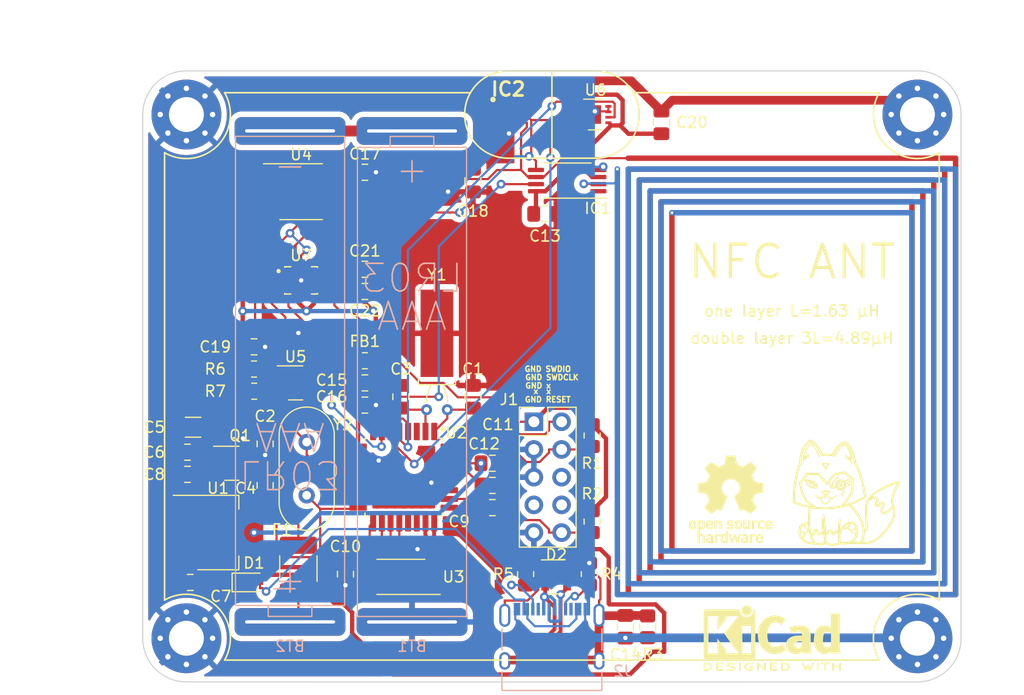
<source format=kicad_pcb>
(kicad_pcb (version 20211014) (generator pcbnew)
  (layers (0 "F.Cu" signal) (31 "B.Cu" signal) (34 "B.Paste" user) (35 "F.Paste" user) (36 "B.SilkS" user "B.Silkscreen") (37 "F.SilkS" user "F.Silkscreen") (38 "B.Mask" user) (39 "F.Mask" user) (44 "Edge.Cuts" user))
  (net 0 "")
  (net 2 "GND")
  (net 3 "XIN32")
  (net 4 "XIN")
  (net 5 "Net-(C14-Pad1)")
  (net 6 "Net-(C15-Pad1)")
  (net 12 "XOUT32")
  (net 13 "XOUT")
  (net 14 "RESET")
  (net 15 "+5V")
  (net 16 "+3V0")
  (net 17 "Net-(D1-Pad2)")
  (net 18 "SDA")
  (net 19 "SCL")
  (net 20 "SWDIO")
  (net 21 "SWDCLK")
  (net 22 "Net-(F1-Pad1)")
  (net 23 "Net-(AE1-Pad2)")
  (net 24 "Net-(AE1-Pad1)")
  (net 25 "NFC_INT")
  (net 29 "Net-(J2-PadA5)")
  (net 31 "Net-(J2-PadB5)")
  (net 33 "TEMP_RESET")
  (net 34 "TEMP_INT")
  (net 35 "MOSI")
  (net 36 "SCK")
  (net 37 "FLASH_CS")
  (net 38 "MISO")
  (net 42 "Net-(BT1-Pad1)")
  (net 43 "Net-(BT2-Pad1)")
  (net 44 "USB_D+")
  (net 45 "USB_D-")
  (net 51 "IMU_INT1")
  (net 52 "IMU_INT2")
  (net 57 "Net-(U2-Pad29)")
  (footprint "Crystal:Crystal_HC49-U_Vertical" (layer "F.Cu") (at 65.024 75.02 -90)
    (fp_text reference "Y2")
    (fp_text value "KX-3HT 8.0 MHz")
  )
  (footprint "Capacitor_SMD:C_0805_2012Metric_Pad1.18x1.45mm_HandSolder" (layer "F.Cu") (at 60.198 66.294)
    (fp_text reference "C19")
    (fp_text value "100n")
  )
  (footprint "MountingHole:MountingHole_3.2mm_M3_Pad_Via" (layer "F.Cu") (at 121 45)
    (fp_text reference "REF4" hide)
    (fp_text value "MountingHole_3.2mm_M3_Pad_Via" hide)
  )
  (footprint "Resistor_SMD:R_0805_2012Metric_Pad1.20x1.40mm_HandSolder" (layer "F.Cu") (at 91.186 74.422 -90)
    (fp_text reference "R1")
    (fp_text value "1k")
  )
  (footprint "Diode_SMD:D_SOD-323" (layer "F.Cu") (at 59.69 87.884)
    (fp_text reference "D1")
    (fp_text value "BAT60A")
  )
  (footprint "Capacitor_SMD:C_1812_4532Metric_Pad1.57x3.40mm_HandSolder" (layer "F.Cu") (at 64.262 86.614 -90)
    (fp_text reference "F1")
    (fp_text value "MSMF010 0.01A")
  )
  (footprint "Capacitor_SMD:C_0805_2012Metric_Pad1.18x1.45mm_HandSolder" (layer "F.Cu") (at 82.042 76.962)
    (fp_text reference "C11")
    (fp_text value "100n")
  )
  (footprint "Connector_PinHeader_2.54mm:PinHeader_2x05_P2.54mm_Vertical" (layer "F.Cu") (at 85.847 73.157)
    (fp_text reference "J1")
    (fp_text value "ARM-JTAG-SWD-10" hide)
  )
  (footprint "Package_TO_SOT_SMD:SOT-23" (layer "F.Cu") (at 58.166 76.962)
    (fp_text reference "Q1")
    (fp_text value "IRLML6401")
  )
  (footprint "MountingHole:MountingHole_3.2mm_M3_Pad_Via" (layer "F.Cu") (at 121 93)
    (fp_text reference "REF3" hide)
    (fp_text value "MountingHole_3.2mm_M3_Pad_Via" hide)
  )
  (footprint "Capacitor_SMD:C_0805_2012Metric_Pad1.18x1.45mm_HandSolder" (layer "F.Cu") (at 70.358 71.628)
    (fp_text reference "C16")
    (fp_text value "10u")
  )
  (footprint "Capacitor_SMD:C_0805_2012Metric_Pad1.18x1.45mm_HandSolder" (layer "F.Cu") (at 54.356 87.884 180)
    (fp_text reference "C7")
    (fp_text value "10u")
  )
  (footprint "Resistor_SMD:R_0805_2012Metric_Pad1.20x1.40mm_HandSolder" (layer "F.Cu") (at 96.266 91.948 -90)
    (fp_text reference "R3")
    (fp_text value "1M")
  )
  (footprint "Resistor_SMD:R_0805_2012Metric_Pad1.20x1.40mm_HandSolder" (layer "F.Cu") (at 60.198 68.326)
    (fp_text reference "R6")
    (fp_text value "4k7")
  )
  (footprint "Package_TO_SOT_SMD:SOT-223-3_TabPin2" (layer "F.Cu") (at 56.896 83.312)
    (fp_text reference "U1")
    (fp_text value "LD1117S33TR")
  )
  (footprint "Capacitor_SMD:C_0805_2012Metric_Pad1.18x1.45mm_HandSolder" (layer "F.Cu") (at 94.234 91.948 -90)
    (fp_text reference "C14")
    (fp_text value "4n7")
  )
  (footprint "Capacitor_SMD:C_0805_2012Metric_Pad1.18x1.45mm_HandSolder" (layer "F.Cu") (at 97.536 45.72 90)
    (fp_text reference "C20")
    (fp_text value "100n")
  )
  (footprint "Package_TO_SOT_SMD:SOT-23" (layer "F.Cu") (at 64.008 69.596)
    (fp_text reference "U5")
    (fp_text value "TPD2E009DBZR")
  )
  (footprint "Resistor_SMD:R_0805_2012Metric_Pad1.20x1.40mm_HandSolder" (layer "F.Cu") (at 90.932 87.122 -90)
    (fp_text reference "R4")
    (fp_text value "5k1")
  )
  (footprint "Symbol:KiCad-Logo2_5mm_SilkScreen" (layer "F.Cu") (at 107.696 92.964)
    (fp_text reference "REF2" hide)
    (fp_text value "KiCad-Logo2_5mm_SilkScreen" hide)
  )
  (footprint "footprints:IC_ICM-42670-P" (layer "F.Cu") (at 64.516 60.198)
    (fp_text reference "U7")
    (fp_text value "ICM-42670-P")
  )
  (footprint "Capacitor_SMD:C_0805_2012Metric_Pad1.18x1.45mm_HandSolder" (layer "F.Cu") (at 68.58 87.122 -90)
    (fp_text reference "C10")
    (fp_text value "100n")
  )
  (footprint "Capacitor_SMD:C_0805_2012Metric_Pad1.18x1.45mm_HandSolder" (layer "F.Cu") (at 82.042 78.994)
    (fp_text reference "C12")
    (fp_text value "1u")
  )
  (footprint "Sensor_Humidity:Sensirion_DFN-8-1EP_2.5x2.5mm_P0.5mm_EP1.1x1.7mm" (layer "F.Cu") (at 91.5 45)
    (fp_text reference "U6")
    (fp_text value "SHT30-DIS")
  )
  (footprint "Symbol:OSHW-Logo_7.5x8mm_SilkScreen" (layer "F.Cu") (at 103.886 80.264)
    (fp_text reference "REF1" hide)
    (fp_text value "OSHW-Logo_7.5x8mm_SilkScreen" hide)
  )
  (footprint "Capacitor_SMD:C_0805_2012Metric_Pad1.18x1.45mm_HandSolder" (layer "F.Cu") (at 86.868 54.102)
    (fp_text reference "C13")
    (fp_text value "100n")
  )
  (footprint "Capacitor_SMD:C_1206_3216Metric_Pad1.33x1.80mm_HandSolder" (layer "F.Cu") (at 54.61 73.66 180)
    (fp_text reference "C5")
    (fp_text value "22u")
  )
  (footprint "Package_SO:SOIC-8_3.9x4.9mm_P1.27mm" (layer "F.Cu") (at 64.516 52.07)
    (fp_text reference "U4")
    (fp_text value "ATECC608A")
  )
  (footprint "Resistor_SMD:R_0805_2012Metric_Pad1.20x1.40mm_HandSolder" (layer "F.Cu") (at 60.214 70.358)
    (fp_text reference "R7")
    (fp_text value "4k7")
  )
  (footprint "footprints:QFP80P900X900X120-32N" (layer "F.Cu") (at 73.914 78.232 -90)
    (fp_text reference "U2")
    (fp_text value "ATSAMD21E17D-AUT")
  )
  (footprint "Resistor_SMD:R_0805_2012Metric_Pad1.20x1.40mm_HandSolder" (layer "F.Cu") (at 85.09 87.122 -90)
    (fp_text reference "R5")
    (fp_text value "5k1")
  )
  (footprint "Capacitor_SMD:C_0805_2012Metric_Pad1.18x1.45mm_HandSolder" (layer "F.Cu") (at 54.102 77.978 180)
    (fp_text reference "C8")
    (fp_text value "10u")
  )
  (footprint "Resistor_SMD:R_0805_2012Metric_Pad1.20x1.40mm_HandSolder" (layer "F.Cu") (at 70.358 67.564 180)
    (fp_text reference "FB1")
    (fp_text value "330")
  )
  (footprint "Capacitor_SMD:C_0805_2012Metric_Pad1.18x1.45mm_HandSolder" (layer "F.Cu") (at 70.358 69.596)
    (fp_text reference "C15")
    (fp_text value "100n")
  )
  (footprint "MountingHole:MountingHole_3.2mm_M3_Pad_Via" (layer "F.Cu") (at 54 45)
    (fp_text reference "REF1" hide)
    (fp_text value "MountingHole_3.2mm_M3_Pad_Via" hide)
  )
  (footprint "LOGO" (layer "F.Cu") (at 114.554 79.756)
    (fp_text reference "G100" hide)
    (fp_text value "LOGO" hide)
  )
  (footprint "Capacitor_SMD:C_0805_2012Metric_Pad1.18x1.45mm_HandSolder" (layer "F.Cu") (at 82.042 81.026)
    (fp_text reference "C9")
    (fp_text value "100n")
  )
  (footprint "Package_SO:TSSOP-8_4.4x3mm_P0.65mm" (layer "F.Cu") (at 73.66 87.376 180)
    (fp_text reference "U3")
    (fp_text value "AT25DF041B-XMHN-B")
  )
  (footprint "Capacitor_SMD:C_0805_2012Metric_Pad1.18x1.45mm_HandSolder" (layer "F.Cu") (at 73.66 70.866 90)
    (fp_text reference "C3")
    (fp_text value "12p")
  )
  (footprint "MountingHole:MountingHole_3.2mm_M3_Pad_Via" (layer "F.Cu") (at 54 93)
    (fp_text reference "REF2" hide)
    (fp_text value "MountingHole_3.2mm_M3_Pad_Via" hide)
  )
  (footprint "Capacitor_SMD:C_0805_2012Metric_Pad1.18x1.45mm_HandSolder" (layer "F.Cu") (at 54.102 75.946 180)
    (fp_text reference "C6")
    (fp_text value "100n")
  )
  (footprint "footprints:SON50P210X200X60-9N" (layer "F.Cu") (at 83.5 45)
    (fp_text reference "IC2")
    (fp_text value "BU27030NUC-E2" hide)
  )
  (footprint "Package_SO:TSSOP-8_4.4x3mm_P0.65mm" (layer "F.Cu") (at 88.9 51.054 180)
    (fp_text reference "IC1")
    (fp_text value "ST25DV04KC")
  )
  (footprint "Resistor_SMD:R_0805_2012Metric_Pad1.20x1.40mm_HandSolder" (layer "F.Cu") (at 91.186 82.312 -90)
    (fp_text reference "R2")
    (fp_text value "10k")
  )
  (footprint "Capacitor_SMD:C_0805_2012Metric_Pad1.18x1.45mm_HandSolder" (layer "F.Cu") (at 61.214 78.994 90)
    (fp_text reference "C4")
    (fp_text value "16p")
  )
  (footprint "Capacitor_SMD:C_0805_2012Metric_Pad1.18x1.45mm_HandSolder" (layer "F.Cu") (at 80.264 70.866 90)
    (fp_text reference "C1")
    (fp_text value "12p")
  )
  (footprint "Capacitor_SMD:C_0805_2012Metric_Pad1.18x1.45mm_HandSolder" (layer "F.Cu") (at 80.264 51.054 -90)
    (fp_text reference "C18")
    (fp_text value "100n")
  )
  (footprint "Capacitor_SMD:C_0805_2012Metric_Pad1.18x1.45mm_HandSolder" (layer "F.Cu") (at 70.358 61.214)
    (fp_text reference "C22")
    (fp_text value "100n")
  )
  (footprint "footprints:ANT_NFC_30x40" (layer "F.Cu") (at 94.5 49)
    (fp_text reference "AE1" hide)
    (fp_text value "Antenna_Loop")
  )
  (footprint "Crystal:Crystal_C38-LF_D3.0mm_L8.0mm_Horizontal_1EP_style1" (layer "F.Cu") (at 77.912 72.052 180)
    (fp_text reference "Y1")
    (fp_text value "32.768K-38-SR")
  )
  (footprint "Capacitor_SMD:C_0805_2012Metric_Pad1.18x1.45mm_HandSolder" (layer "F.Cu") (at 70.358 59.182)
    (fp_text reference "C21")
    (fp_text value "100n")
  )
  (footprint "Package_TO_SOT_SMD:SOT-143" (layer "F.Cu") (at 87.884 87.376)
    (fp_text reference "D2")
    (fp_text value "PRTR5V0U2X")
  )
  (footprint "Capacitor_SMD:C_0805_2012Metric_Pad1.18x1.45mm_HandSolder" (layer "F.Cu") (at 70.358 50.292)
    (fp_text reference "C17")
    (fp_text value "100n")
  )
  (footprint "Capacitor_SMD:C_0805_2012Metric_Pad1.18x1.45mm_HandSolder" (layer "F.Cu") (at 61.214 75.184 -90)
    (fp_text reference "C2")
    (fp_text value "16p")
  )
  (footprint "Connector_USB:USB_C_Receptacle_XKB_U262-16XN-4BVC11" (layer "B.Cu") (at 87.5 94 180)
    (fp_text reference "J2")
    (fp_text value "USB_C_Receptacle_USB2.0" hide)
  )
  (footprint "footprints:BAT-AAA-LR03" (layer "B.Cu") (at 63.5 90)
    (fp_text reference "BT2")
    (fp_text value "LR03 AAA 1Ah")
  )
  (footprint "footprints:BAT-AAA-LR03" (layer "B.Cu") (at 74.676 48.006 180)
    (fp_text reference "BT1")
    (fp_text value "LR03 AAA 1Ah")
  )
  (gr_line (start 57.5 43) (end 80 43) (layer "F.SilkS") (width 0.15))
  (gr_arc (start 117.500001 95) (mid 118.149562 90.149562) (end 123 89.500001) (layer "F.SilkS") (width 0.15))
  (gr_line (start 117.5 43) (end 95 43) (layer "F.SilkS") (width 0.15))
  (gr_line (start 83.5 41) (end 91.5 41) (layer "F.SilkS") (width 0.15))
  (gr_line (start 83.5 49) (end 91.5 49) (layer "F.SilkS") (width 0.15))
  (gr_line (start 52 48.5) (end 52 89.5) (layer "F.SilkS") (width 0.15))
  (gr_arc (start 57.499999 43) (mid 56.850438 47.850438) (end 52 48.499999) (layer "F.SilkS") (width 0.15))
  (gr_line (start 57.5 95) (end 117.5 95) (layer "F.SilkS") (width 0.15))
  (gr_arc (start 91.5 41) (mid 95.5 45) (end 91.5 49) (layer "F.SilkS") (width 0.15))
  (gr_line (start 123 89.5) (end 123 48.5) (layer "F.SilkS") (width 0.15))
  (gr_arc (start 83.5 49) (mid 79.5 45) (end 83.5 41) (layer "F.SilkS") (width 0.15))
  (gr_arc (start 52 89.500001) (mid 56.850438 90.149562) (end 57.499999 95) (layer "F.SilkS") (width 0.15))
  (gr_arc (start 123 48.499999) (mid 118.149562 47.850438) (end 117.500001 43) (layer "F.SilkS") (width 0.15))
  (gr_line (start 87.5 49) (end 87.5 41) (layer "F.SilkS") (width 0.15))
  (gr_line (start 121 97.003677) (end 54 97) (layer "Edge.Cuts") (width 0.1))
  (gr_arc (start 124.999999 93.171573) (mid 123.769703 95.891051) (end 121 97.003677) (layer "Edge.Cuts") (width 0.1))
  (gr_arc (start 54 97) (mid 51.171573 95.828427) (end 50 93) (layer "Edge.Cuts") (width 0.1))
  (gr_line (start 50 45) (end 50 93) (layer "Edge.Cuts") (width 0.1))
  (gr_line (start 125 45) (end 125 93.171573) (layer "Edge.Cuts") (width 0.1))
  (gr_arc (start 121 41) (mid 123.828427 42.171573) (end 125 45) (layer "Edge.Cuts") (width 0.1))
  (gr_line (start 121 41) (end 54 41) (layer "Edge.Cuts") (width 0.1))
  (gr_arc (start 50 45) (mid 51.171573 42.171573) (end 54 41) (layer "Edge.Cuts") (width 0.1))
  (gr_text "x  x" (at 86.614 70.358) (layer "F.SilkS") (effects (font (size 0.5 0.5) (thickness 0.125))))
  (gr_text "GND SWDIO\n" (at 87.122 68.326) (layer "F.SilkS") (effects (font (size 0.5 0.5) (thickness 0.125))))
  (gr_text "GND x\n" (at 86.233 69.85) (layer "F.SilkS") (effects (font (size 0.5 0.5) (thickness 0.125))))
  (gr_text "GND SWDCLK\n" (at 87.503 69.088) (layer "F.SilkS") (effects (font (size 0.5 0.5) (thickness 0.125))))
  (gr_text "GND RESET" (at 87.122 71.12) (layer "F.SilkS") (effects (font (size 0.5 0.5) (thickness 0.125))))
  (segment (start 83.25 45.25) (end 83.5 45) (width 0.2) (layer "F.Cu") (net 2))
  (segment (start 92.629 44.704) (end 92.675 44.75) (width 0.2) (layer "F.Cu") (net 2))
  (segment (start 91.7625 50.079) (end 91.907 50.079) (width 0.2) (layer "F.Cu") (net 2))
  (segment (start 94.25 92.948) (end 94.234 92.964) (width 0.2) (layer "F.Cu") (net 2))
  (segment (start 91.907 50.079) (end 92.202 49.784) (width 0.2) (layer "F.Cu") (net 2))
  (segment (start 70.898 76.232) (end 69.734 76.232) (width 0.2) (layer "F.Cu") (net 2))
  (segment (start 97.536 44.6825) (end 94.7635 41.91) (width 0.8) (layer "F.Cu") (net 2))
  (segment (start 65.016 61.1105) (end 64.516 61.1105) (width 0.2) (layer "F.Cu") (net 2))
  (segment (start 98.5305 43.688) (end 119.688 43.688) (width 0.8) (layer "F.Cu") (net 2))
  (segment (start 83.566 45.066) (end 83.5 45) (width 0.2) (layer "F.Cu") (net 2))
  (segment (start 71.374 76.708) (end 70.898 76.232) (width 0.2) (layer "F.Cu") (net 2))
  (segment (start 76.454 78.74) (end 76.562 78.632) (width 0.2) (layer "F.Cu") (net 2))
  (segment (start 83.566 46.736) (end 83.566 45.066) (width 0.2) (layer "F.Cu") (net 2))
  (segment (start 76.562 78.632) (end 78.094 78.632) (width 0.2) (layer "F.Cu") (net 2))
  (segment (start 91.44 44.704) (end 92.629 44.704) (width 0.2) (layer "F.Cu") (net 2))
  (segment (start 90.325 44.75) (end 91.394 44.75) (width 0.2) (layer "F.Cu") (net 2))
  (segment (start 97.536 44.6825) (end 98.5305 43.688) (width 0.8) (layer "F.Cu") (net 2))
  (segment (start 82.5 45.25) (end 83.25 45.25) (width 0.2) (layer "F.Cu") (net 2))
  (segment (start 82.5 44.25) (end 83.258 44.25) (width 0.2) (layer "F.Cu") (net 2))
  (segment (start 94.7635 41.91) (end 90.678 41.91) (width 0.8) (layer "F.Cu") (net 2))
  (segment (start 64.516 61.1105) (end 64.516 60.198) (width 0.2) (layer "F.Cu") (net 2))
  (segment (start 91.394 44.75) (end 91.44 44.704) (width 0.2) (layer "F.Cu") (net 2))
  (segment (start 119.688 43.688) (end 121 45) (width 0.2) (layer "F.Cu") (net 2))
  (segment (start 92.675 44.25) (end 92.675 44.75) (width 0.2) (layer "F.Cu") (net 2))
  (segment (start 71.628 76.708) (end 71.374 76.708) (width 0.2) (layer "F.Cu") (net 2))
  (segment (start 96.266 92.948) (end 94.25 92.948) (width 0.8) (layer "F.Cu") (net 2))
  (via (at 76.454 78.74) (size 0.8) (drill 0.4) (layers "F.Cu" "B.Cu") (net 2))
  (via (at 91.44 44.704) (size 0.8) (drill 0.4) (layers "F.Cu" "B.Cu") (net 2))
  (via (at 71.374 50.292) (size 0.8) (drill 0.4) (layers "F.Cu" "B.Cu") (net 2))
  (via (at 71.628 76.708) (size 0.8) (drill 0.4) (layers "F.Cu" "B.Cu") (net 2))
  (via (at 64.262 65.024) (size 0.8) (drill 0.4) (layers "F.Cu" "B.Cu") (net 2))
  (via (at 71.374 71.628) (size 0.8) (drill 0.4) (layers "F.Cu" "B.Cu") (net 2))
  (via (at 61.214 76.2) (size 0.8) (drill 0.4) (layers "F.Cu" "B.Cu") (net 2))
  (via (at 75.184 84.836) (size 0.8) (drill 0.4) (layers "F.Cu" "B.Cu") (net 2))
  (via (at 64.516 60.198) (size 0.8) (drill 0.4) (layers "F.Cu" "B.Cu") (net 2))
  (via (at 61.214 66.294) (size 0.8) (drill 0.4) (layers "F.Cu" "B.Cu") (net 2))
  (via (at 90.932 86.106) (size 0.8) (drill 0.4) (layers "F.Cu" "B.Cu") (net 2))
  (via (at 68.58 88.138) (size 0.8) (drill 0.4) (layers "F.Cu" "B.Cu") (net 2))
  (via (at 94.234 92.964) (size 0.8) (drill 0.4) (layers "F.Cu" "B.Cu") (net 2))
  (via (at 83.566 46.736) (size 0.8) (drill 0.4) (layers "F.Cu" "B.Cu") (net 2))
  (via (at 59.182 74.676) (size 0.8) (drill 0.4) (layers "F.Cu" "B.Cu") (net 2))
  (via (at 92.202 49.784) (size 0.8) (drill 0.4) (layers "F.Cu" "B.Cu") (net 2))
  (via (at 77.978 52.07) (size 0.8) (drill 0.4) (layers "F.Cu" "B.Cu") (net 2))
  (segment (start 90.932 49.784) (end 90.678 49.53) (width 0.2) (layer "B.Cu") (net 2))
  (segment (start 94.234 92.964) (end 90.932 92.964) (width 0.8) (layer "B.Cu") (net 2))
  (segment (start 120.964 92.964) (end 121 93) (width 0.2) (layer "B.Cu") (net 2))
  (segment (start 94.234 92.964) (end 120.964 92.964) (width 0.8) (layer "B.Cu") (net 2))
  (segment (start 92.202 49.784) (end 90.932 49.784) (width 0.2) (layer "B.Cu") (net 2))
  (segment (start 90.55 91.566) (end 90.678 91.694) (width 0.2) (layer "B.Cu") (net 2))
  (segment (start 90.55 90.33) (end 90.55 91.566) (width 0.2) (layer "B.Cu") (net 2))
  (segment (start 84.15 90.33) (end 84.15 91.262) (width 0.2) (layer "B.Cu") (net 2))
  (segment (start 84.15 91.262) (end 84.328 91.44) (width 0.2) (layer "B.Cu") (net 2))
  (segment (start 80.264 71.9035) (end 80.1155 72.052) (width 0.2) (layer "F.Cu") (net 3))
  (segment (start 80.1155 72.052) (end 77.912 72.052) (width 0.2) (layer "F.Cu") (net 3))
  (segment (start 77.912 72.854) (end 76.714 74.052) (width 0.2) (layer "F.Cu") (net 3))
  (segment (start 77.912 72.052) (end 77.912 72.854) (width 0.2) (layer "F.Cu") (net 3))
  (segment (start 65.024 76.1772) (end 65.024 75.02) (width 0.2) (layer "F.Cu") (net 4))
  (segment (start 69.0788 80.232) (end 65.024 76.1772) (width 0.2) (layer "F.Cu") (net 4))
  (segment (start 64.1505 74.1465) (end 65.024 75.02) (width 0.2) (layer "F.Cu") (net 4))
  (segment (start 69.734 80.232) (end 69.0788 80.232) (width 0.2) (layer "F.Cu") (net 4))
  (segment (start 61.214 74.1465) (end 64.1505 74.1465) (width 0.2) (layer "F.Cu") (net 4))
  (segment (start 86.2338 88.5732) (end 86.2338 87.8951) (width 0.2) (layer "F.Cu") (net 5))
  (segment (start 94.234 90.948) (end 94.234 90.9105) (width 0.2) (layer "F.Cu") (net 5))
  (segment (start 91.6206 87.2136) (end 91.9463 87.5393) (width 0.2) (layer "F.Cu") (net 5))
  (segment (start 91.9463 87.5393) (end 91.9463 89.4186) (width 0.2) (layer "F.Cu") (net 5))
  (segment (start 86.9153 87.2136) (end 87.2091 87.2136) (width 0.2) (layer "F.Cu") (net 5))
  (segment (start 83.18 94.996) (end 83.18 95.075) (width 0.2) (layer "F.Cu") (net 5))
  (segment (start 91.82 91.57) (end 91.82 94.996) (width 0.8) (layer "F.Cu") (net 5))
  (segment (start 91.82 90.895) (end 91.82 89.5449) (width 0.2) (layer "F.Cu") (net 5))
  (segment (start 92.1205 90.932) (end 93.649 90.932) (width 0.8) (layer "F.Cu") (net 5))
  (segment (start 93.9495 91.2325) (end 94.234 90.948) (width 0.2) (layer "F.Cu") (net 5))
  (segment (start 83.18 90.895) (end 83.18 89.5449) (width 0.2) (layer "F.Cu") (net 5))
  (segment (start 87.2091 87.2136) (end 91.6206 87.2136) (width 0.2) (layer "F.Cu") (net 5))
  (segment (start 94.2715 90.9105) (end 96.2285 90.9105) (width 0.8) (layer "F.Cu") (net 5))
  (segment (start 91.82 94.996) (end 83.18 94.996) (width 0.8) (layer "F.Cu") (net 5))
  (segment (start 91.82 95.075) (end 91.82 94.996) (width 0.8) (layer "F.Cu") (net 5))
  (segment (start 91.82 90.895) (end 91.82 91.2325) (width 0.2) (layer "F.Cu") (net 5))
  (segment (start 96.2285 90.9105) (end 96.266 90.948) (width 0.2) (layer "F.Cu") (net 5))
  (segment (start 85.2621 89.5449) (end 86.2338 88.5732) (width 0.2) (layer "F.Cu") (net 5))
  (segment (start 86.884 86.626) (end 87.2091 86.626) (width 0.2) (layer "F.Cu") (net 5))
  (segment (start 91.9463 89.4186) (end 91.82 89.5449) (width 0.2) (layer "F.Cu") (net 5))
  (segment (start 91.82 91.2325) (end 92.1205 90.932) (width 0.8) (layer "F.Cu") (net 5))
  (segment (start 86.2338 87.8951) (end 86.9153 87.2136) (width 0.2) (layer "F.Cu") (net 5))
  (segment (start 91.82 91.2325) (end 91.82 91.57) (width 0.2) (layer "F.Cu") (net 5))
  (segment (start 83.18 89.5449) (end 85.2621 89.5449) (width 0.2) (layer "F.Cu") (net 5))
  (segment (start 94.234 90.948) (end 94.2715 90.9105) (width 0.2) (layer "F.Cu") (net 5))
  (segment (start 87.2091 86.626) (end 87.2091 87.2136) (width 0.2) (layer "F.Cu") (net 5))
  (segment (start 69.734 72.0415) (end 69.734 75.432) (width 0.4) (layer "F.Cu") (net 6))
  (segment (start 69.3205 69.596) (end 69.3205 71.628) (width 0.4) (layer "F.Cu") (net 6))
  (segment (start 69.3205 71.628) (end 69.734 72.0415) (width 0.2) (layer "F.Cu") (net 6))
  (segment (start 69.3205 67.6015) (end 69.3205 69.596) (width 0.4) (layer "F.Cu") (net 6))
  (segment (start 69.358 67.564) (end 69.3205 67.6015) (width 0.2) (layer "F.Cu") (net 6))
  (segment (start 75.914 72.052) (end 73.8085 72.052) (width 0.2) (layer "F.Cu") (net 12))
  (segment (start 75.914 72.052) (end 75.914 74.052) (width 0.2) (layer "F.Cu") (net 12))
  (segment (start 76.012 72.052) (end 75.914 72.052) (width 0.2) (layer "F.Cu") (net 12))
  (segment (start 73.8085 72.052) (end 73.66 71.9035) (width 0.2) (layer "F.Cu") (net 12))
  (segment (start 62.5839 85.5651) (end 65.9402 85.5651) (width 0.2) (layer "F.Cu") (net 13))
  (segment (start 61.214 80.0315) (end 62.261 81.0785) (width 0.2) (layer "F.Cu") (net 13))
  (segment (start 66.2631 85.2422) (end 66.2631 81.1391) (width 0.2) (layer "F.Cu") (net 13))
  (segment (start 69.6269 81.1391) (end 69.734 81.032) (width 0.2) (layer "F.Cu") (net 13))
  (segment (start 65.9402 85.5651) (end 66.2631 85.2422) (width 0.2) (layer "F.Cu") (net 13))
  (segment (start 66.2631 81.1391) (end 65.024 79.9) (width 0.2) (layer "F.Cu") (net 13))
  (segment (start 62.261 85.2422) (end 62.5839 85.5651) (width 0.2) (layer "F.Cu") (net 13))
  (segment (start 62.261 81.0785) (end 62.261 85.2422) (width 0.2) (layer "F.Cu") (net 13))
  (segment (start 66.2631 81.1391) (end 69.6269 81.1391) (width 0.2) (layer "F.Cu") (net 13))
  (segment (start 87.2369 83.317) (end 87.2369 83.0294) (width 0.2) (layer "F.Cu") (net 14))
  (segment (start 82.1454 82.1669) (end 81.0045 81.026) (width 0.2) (layer "F.Cu") (net 14))
  (segment (start 89.5421 83.312) (end 89.5371 83.317) (width 0.2) (layer "F.Cu") (net 14))
  (segment (start 80.2105 80.232) (end 81.0045 81.026) (width 0.2) (layer "F.Cu") (net 14))
  (segment (start 87.2369 83.0294) (end 86.3744 82.1669) (width 0.2) (layer "F.Cu") (net 14))
  (segment (start 88.387 83.317) (end 89.5371 83.317) (width 0.2) (layer "F.Cu") (net 14))
  (segment (start 91.186 83.312) (end 89.5421 83.312) (width 0.2) (layer "F.Cu") (net 14))
  (segment (start 86.3744 82.1669) (end 82.1454 82.1669) (width 0.2) (layer "F.Cu") (net 14))
  (segment (start 88.387 83.317) (end 87.2369 83.317) (width 0.2) (layer "F.Cu") (net 14))
  (segment (start 78.094 80.232) (end 80.2105 80.232) (width 0.2) (layer "F.Cu") (net 14))
  (segment (start 55.4059 87.8716) (end 55.3935 87.884) (width 0.4) (layer "F.Cu") (net 15))
  (segment (start 72.9494 96.3233) (end 69.1934 92.5673) (width 0.4) (layer "F.Cu") (net 15))
  (segment (start 97.79 90.6851) (end 97.79 94.234) (width 0.4) (layer "F.Cu") (net 15))
  (segment (start 69.1934 92.5673) (end 69.1934 90.643) (width 0.4) (layer "F.Cu") (net 15))
  (segment (start 96.7318 94.234) (end 94.6425 96.3233) (width 0.4) (layer "F.Cu") (net 15))
  (segment (start 67.5972 89.8274) (end 66.59 88.8202) (width 0.4) (layer "F.Cu") (net 15))
  (segment (start 92.7947 89.9002) (end 97.0051 89.9002) (width 0.4) (layer "F.Cu") (net 15))
  (segment (start 92.71 89.8155) (end 92.7947 89.9002) (width 0.4) (layer "F.Cu") (net 15))
  (segment (start 53.746 85.612) (end 55.4059 87.2719) (width 0.4) (layer "F.Cu") (net 15))
  (segment (start 58.64 87.8716) (end 55.4059 87.8716) (width 0.4) (layer "F.Cu") (net 15))
  (segment (start 97.0051 89.9002) (end 97.79 90.6851) (width 0.4) (layer "F.Cu") (net 15))
  (segment (start 66.59 88.102) (end 65.672 87.184) (width 0.4) (layer "F.Cu") (net 15))
  (segment (start 58.64 87.8592) (end 58.64 87.8716) (width 0.4) (layer "F.Cu") (net 15))
  (segment (start 88.884 85.7259) (end 89.7739 84.836) (width 0.4) (layer "F.Cu") (net 15))
  (segment (start 89.7739 84.836) (end 91.948 84.836) (width 0.4) (layer "F.Cu") (net 15))
  (segment (start 91.948 84.836) (end 92.71 85.598) (width 0.4) (layer "F.Cu") (net 15))
  (segment (start 55.4059 87.2719) (end 55.4059 87.8716) (width 0.4) (layer "F.Cu") (net 15))
  (segment (start 68.3778 89.8274) (end 67.5972 89.8274) (width 0.4) (layer "F.Cu") (net 15))
  (segment (start 59.3152 87.184) (end 58.64 87.8592) (width 0.4) (layer "F.Cu") (net 15))
  (segment (start 66.59 88.8202) (end 66.59 88.102) (width 0.4) (layer "F.Cu") (net 15))
  (segment (start 92.71 85.598) (end 92.71 89.8155) (width 0.4) (layer "F.Cu") (net 15))
  (segment (start 69.1934 90.643) (end 68.3778 89.8274) (width 0.4) (layer "F.Cu") (net 15))
  (segment (start 65.672 87.184) (end 59.3152 87.184) (width 0.4) (layer "F.Cu") (net 15))
  (segment (start 58.64 87.884) (end 58.64 87.8716) (width 0.4) (layer "F.Cu") (net 15))
  (segment (start 94.6425 96.3233) (end 72.9494 96.3233) (width 0.4) (layer "F.Cu") (net 15))
  (segment (start 88.884 86.426) (end 88.884 85.7259) (width 0.4) (layer "F.Cu") (net 15))
  (segment (start 97.79 94.234) (end 96.7318 94.234) (width 0.4) (layer "F.Cu") (net 15))
  (segment (start 92.9263 46.0013) (end 92.8659 45.9409) (width 0.4) (layer "F.Cu") (net 16))
  (segment (start 59.198 70.342) (end 59.198 68.326) (width 0.4) (layer "F.Cu") (net 16))
  (segment (start 77.5571 69.596) (end 75.438 69.596) (width 0.2) (layer "F.Cu") (net 16))
  (segment (start 71.12 62.992) (end 71.358 63.23) (width 0.4) (layer "F.Cu") (net 16))
  (segment (start 59.198 68.326) (end 59.1605 68.2885) (width 0.4) (layer "F.Cu") (net 16))
  (segment (start 80.264 49.276) (end 79.6678 48.6798) (width 0.4) (layer "F.Cu") (net 16))
  (segment (start 81.0045 76.962) (end 78.164 76.962) (width 0.2) (layer "F.Cu") (net 16))
  (segment (start 59.1605 68.2885) (end 59.1605 66.294) (width 0.4) (layer "F.Cu") (net 16))
  (segment (start 58.3651 80.093) (end 59.2839 81.0119) (width 0.4) (layer "F.Cu") (net 16))
  (segment (start 87.1305 71.8735) (end 85.847 73.157) (width 0.4) (layer "F.Cu") (net 16))
  (segment (start 64.016 61.1105) (end 64.016 61.984) (width 0.2) (layer "F.Cu") (net 16))
  (segment (start 59.214 70.358) (end 59.198 70.342) (width 0.4) (layer "F.Cu") (net 16))
  (segment (start 92.8659 45.9409) (end 92.675 45.75) (width 0.2498) (layer "F.Cu") (net 16))
  (segment (start 91.186 73.422) (end 89.6375 71.8735) (width 0.4) (layer "F.Cu") (net 16))
  (segment (start 81.534 46.736) (end 79.756 48.514) (width 0.4) (layer "F.Cu") (net 16))
  (segment (start 69.3205 60.9732) (end 69.3205 61.214) (width 0.4) (layer "F.Cu") (net 16))
  (segment (start 59.1605 66.294) (end 59.1605 63.0135) (width 0.4) (layer "F.Cu") (net 16))
  (segment (start 60.9181 86.4842) (end 60.046 85.6121) (width 0.4) (layer "F.Cu") (net 16))
  (segment (start 59.1605 58.6319) (end 65.6081 52.1843) (width 0.4) (layer "F.Cu") (net 16))
  (segment (start 92.456 74.692) (end 91.186 73.422) (width 0.4) (layer "F.Cu") (net 16))
  (segment (start 57.2285 78.9565) (end 58.3651 80.093) (width 0.4) (layer "F.Cu") (net 16))
  (segment (start 79.6678 48.6798) (end 79.6678 48.514) (width 0.4) (layer "F.Cu") (net 16))
  (segment (start 64.016 61.984) (end 65.0025 62.9705) (width 0.4) (layer "F.Cu") (net 16))
  (segment (start 65.6785 61.976) (end 65.6785 60.948) (width 0.2) (layer "F.Cu") (net 16))
  (segment (start 81.534 44.0544) (end 82.4084 43.18) (width 0.4) (layer "F.Cu") (net 16))
  (segment (start 93.98 45.7758) (end 93.7545 46.0013) (width 0.4) (layer "F.Cu") (net 16))
  (segment (start 68.1803 86.4842) (end 67.4169 86.4842) (width 0.4) (layer "F.Cu") (net 16))
  (segment (start 55.1461 83.312) (end 58.3651 80.093) (width 0.4) (layer "F.Cu") (net 16))
  (segment (start 65.6785 61.976) (end 65.6785 62.3375) (width 0.4) (layer "F.Cu") (net 16))
  (segment (start 69.9505 89.198) (end 67.8445 89.198) (width 0.4) (layer "F.Cu") (net 16))
  (segment (start 68.5585 58.42) (end 69.3205 59.182) (width 0.4) (layer "F.Cu") (net 16))
  (segment (start 55.1395 75.946) (end 55.1395 74.693) (width 0.4) (layer "F.Cu") (net 16))
  (segment (start 65.6785 62.3375) (end 65.0025 63.0135) (width 0.4) (layer "F.Cu") (net 16))
  (segment (start 81.6998 44.75) (end 81.534 44.9158) (width 0.4) (layer "F.Cu") (net 16))
  (segment (start 82.4084 43.18) (end 93.472 43.18) (width 0.4) (layer "F.Cu") (net 16))
  (segment (start 80.264 50.0165) (end 80.264 49.276) (width 0.4) (layer "F.Cu") (net 16))
  (segment (start 60.046 83.312) (end 60.046 81.0119) (width 0.4) (layer "F.Cu") (net 16))
  (segment (start 55.1395 77.912) (end 57.2285 77.912) (width 0.4) (layer "F.Cu") (net 16))
  (segment (start 92.9263 46.0013) (end 93.7545 46.0013) (width 0.4) (layer "F.Cu") (net 16))
  (segment (start 94.5107 46.7575) (end 97.536 46.7575) (width 0.4) (layer "F.Cu") (net 16))
  (segment (start 59.1605 63.0135) (end 59.1605 58.6319) (width 0.4) (layer "F.Cu") (net 16))
  (segment (start 73.406 67.564) (end 71.358 67.564) (width 0.2) (layer "F.Cu") (net 16))
  (segment (start 57.2285 77.912) (end 57.2285 78.9565) (width 0.4) (layer "F.Cu") (net 16))
  (segment (start 93.98 43.688) (end 93.98 45.7758) (width 0.4) (layer "F.Cu") (net 16))
  (segment (start 70.7975 88.351) (end 69.9505 89.198) (width 0.4) (layer "F.Cu") (net 16))
  (segment (start 81.534 44.9158) (end 81.534 46.736) (width 0.4) (layer "F.Cu") (net 16))
  (segment (start 78.8759 70.9148) (end 77.5571 69.596) (width 0.2) (layer "F.Cu") (net 16))
  (segment (start 79.756 48.514) (end 79.6678 48.514) (width 0.4) (layer "F.Cu") (net 16))
  (segment (start 65.0025 62.9705) (end 65.0025 63.0135) (width 0.4) (layer "F.Cu") (net 16))
  (segment (start 68.58 86.0845) (end 68.1803 86.4842) (width 0.4) (layer "F.Cu") (net 16))
  (segment (start 65.278 58.42) (end 68.5585 58.42) (width 0.4) (layer "F.Cu") (net 16))
  (segment (start 59.214 70.6185) (end 59.214 70.358) (width 0.4) (layer "F.Cu") (net 16))
  (segment (start 78.164 76.962) (end 78.094 77.032) (width 0.2) (layer "F.Cu") (net 16))
  (segment (start 53.746 83.312) (end 55.1461 83.312) (width 0.4) (layer "F.Cu") (net 16))
  (segment (start 55.1395 77.912) (end 55.1395 77.978) (width 0.4) (layer "F.Cu") (net 16))
  (segment (start 67.4169 88.7704) (end 67.4169 86.4842) (width 0.4) (layer "F.Cu") (net 16))
  (segment (start 92.9263 46.0013) (end 86.8986 52.029) (width 0.4) (layer "F.Cu") (net 16))
  (segment (start 81.6998 44.75) (end 81.534 44.5842) (width 0.4) (layer "F.Cu") (net 16))
  (segment (start 60.046 83.312) (end 60.046 85.6121) (width 0.4) (layer "F.Cu") (net 16))
  (segment (start 82.3547 70.9148) (end 78.8759 70.9148) (width 0.2) (layer "F.Cu") (net 16))
  (segment (start 93.472 43.18) (end 93.98 43.688) (width 0.4) (layer "F.Cu") (net 16))
  (segment (start 65.6081 51.0292) (end 66.4723 50.165) (width 0.4) (layer "F.Cu") (net 16))
  (segment (start 79.6678 48.514) (end 70.9715 48.514) (width 0.4) (layer "F.Cu") (net 16))
  (segment (start 55.1395 75.946) (end 55.1395 77.912) (width 0.4) (layer "F.Cu") (net 16))
  (segment (start 81.534 44.5842) (end 81.534 44.0544) (width 0.4) (layer "F.Cu") (net 16))
  (segment (start 65.016 58.682) (end 65.278 58.42) (width 0.2) (layer "F.Cu") (net 16))
  (segment (start 56.1725 73.66) (end 59.214 70.6185) (width 0.4) (layer "F.Cu") (net 16))
  (segment (start 85.847 73.157) (end 84.5969 73.157) (width 0.2) (layer "F.Cu") (net 16))
  (segment (start 89.6375 71.8735) (end 87.1305 71.8735) (width 0.4) (layer "F.Cu") (net 16))
  (segment (start 67.8445 89.198) (end 67.4169 88.7704) (width 0.4) (layer "F.Cu") (net 16))
  (segment (start 92.456 80.042) (end 92.456 74.692) (width 0.4) (layer "F.Cu") (net 16))
  (segment (start 93.7545 46.0013) (end 94.5107 46.7575) (width 0.4) (layer "F.Cu") (net 16))
  (segment (start 71.358 63.23) (end 71.358 67.564) (width 0.4) (layer "F.Cu") (net 16))
  (segment (start 71.0985 62.992) (end 69.3205 61.214) (width 0.4) (layer "F.Cu") (net 16))
  (segment (start 84.5969 73.157) (end 82.3547 70.9148) (width 0.2) (layer "F.Cu") (net 16))
  (segment (start 86.0375 53.895) (end 85.8305 54.102) (width 0.4) (layer "F.Cu") (net 16))
  (segment (start 69.3205 50.165) (end 66.991 50.165) (width 0.4) (layer "F.Cu") (net 16))
  (segment (start 70.9715 48.514) (end 69.3205 50.165) (width 0.4) (layer "F.Cu") (net 16))
  (segment (start 69.3205 59.182) (end 69.3205 60.9732) (width 0.4) (layer "F.Cu") (net 16))
  (segment (start 86.8986 52.029) (end 86.0375 52.029) (width 0.4) (layer "F.Cu") (net 16))
  (segment (start 75.438 69.596) (end 73.406 67.564) (width 0.2) (layer "F.Cu") (net 16))
  (segment (start 86.0375 52.029) (end 86.0375 53.895) (width 0.4) (layer "F.Cu") (net 16))
  (segment (start 81.6998 44.75) (end 82.5 44.75) (width 0.2498) (layer "F.Cu") (net 16))
  (segment (start 67.4169 86.4842) (end 60.9181 86.4842) (width 0.4) (layer "F.Cu") (net 16))
  (segment (start 65.016 59.2855) (end 65.016 58.682) (width 0.2) (layer "F.Cu") (net 16))
  (segment (start 69.3205 50.292) (end 69.3205 50.165) (width 0.4) (layer "F.Cu") (net 16))
  (segment (start 65.6081 52.1843) (end 65.6081 51.0292) (width 0.4) (layer "F.Cu") (net 16))
  (segment (start 66.4723 50.165) (end 66.991 50.165) (width 0.4) (layer "F.Cu") (net 16))
  (segment (start 55.1395 74.693) (end 56.1725 73.66) (width 0.4) (layer "F.Cu") (net 16))
  (segment (start 71.12 62.992) (end 71.0985 62.992) (width 0.4) (layer "F.Cu") (net 16))
  (segment (start 91.186 81.312) (end 92.456 80.042) (width 0.4) (layer "F.Cu") (net 16))
  (segment (start 59.2839 81.0119) (end 60.046 81.0119) (width 0.4) (layer "F.Cu") (net 16))
  (via (at 65.0025 63.0135) (size 0.8) (drill 0.4) (layers "F.Cu" "B.Cu") (net 16))
  (via (at 60.198 83.312) (size 0.8) (drill 0.4) (layers "F.Cu" "B.Cu") (net 16))
  (via (at 81.0045 76.962) (size 0.8) (drill 0.4) (layers "F.Cu" "B.Cu") (net 16))
  (via (at 71.12 62.992) (size 0.8) (drill 0.4) (layers "F.Cu" "B.Cu") (net 16))
  (via (at 59.1605 63.0135) (size 0.8) (drill 0.4) (layers "F.Cu" "B.Cu") (net 16))
  (segment (start 65.0025 63.0135) (end 59.1605 63.0135) (width 0.4) (layer "B.Cu") (net 16))
  (segment (start 64.516 83.312) (end 60.198 83.312) (width 0.4) (layer "B.Cu") (net 16))
  (segment (start 77.216 81.534) (end 66.294 81.534) (width 0.4) (layer "B.Cu") (net 16))
  (segment (start 81.0045 76.962) (end 81.0045 77.7455) (width 0.4) (layer "B.Cu") (net 16))
  (segment (start 71.0985 63.0135) (end 65.0025 63.0135) (width 0.4) (layer "B.Cu") (net 16))
  (segment (start 71.12 62.992) (end 71.0985 63.0135) (width 0.4) (layer "B.Cu") (net 16))
  (segment (start 81.0045 77.7455) (end 77.216 81.534) (width 0.4) (layer "B.Cu") (net 16))
  (segment (start 66.294 81.534) (end 64.516 83.312) (width 0.4) (layer "B.Cu") (net 16))
  (segment (start 60.74 87.884) (end 60.74 88.4091) (width 0.2) (layer "F.Cu") (net 17))
  (segment (start 60.74 88.4091) (end 61.0084 88.4091) (width 0.2) (layer "F.Cu") (net 17))
  (segment (start 61.0084 88.4091) (end 61.3045 88.7052) (width 0.2) (layer "F.Cu") (net 17))
  (via (at 61.3045 88.7052) (size 0.8) (drill 0.4) (layers "F.Cu" "B.Cu") (net 17))
  (segment (start 82.482 86.8) (end 78.6701 82.9881) (width 0.2) (layer "B.Cu") (net 17))
  (segment (start 90.05 90.33) (end 89.75 90.33) (width 0.2) (layer "B.Cu") (net 17))
  (segment (start 85.25 90.33) (end 85.25 90.7675) (width 0.2) (layer "B.Cu") (net 17))
  (segment (start 89.75 91.2051) (end 89.0599 91.8952) (width 0.2) (layer "B.Cu") (net 17))
  (segment (start 85.25 90.7675) (end 84.95 90.4675) (width 0.2) (layer "B.Cu") (net 17))
  (segment (start 85.25 90.7675) (end 85.25 91.2051) (width 0.2) (layer "B.Cu") (net 17))
  (segment (start 67.0216 82.9881) (end 61.3045 88.7052) (width 0.2) (layer "B.Cu") (net 17))
  (segment (start 84.1145 89.4549) (end 82.482 87.8224) (width 0.2) (layer "B.Cu") (net 17))
  (segment (start 89.0599 91.8952) (end 85.9401 91.8952) (width 0.2) (layer "B.Cu") (net 17))
  (segment (start 78.6701 82.9881) (end 67.0216 82.9881) (width 0.2) (layer "B.Cu") (net 17))
  (segment (start 82.482 87.8224) (end 82.482 86.8) (width 0.2) (layer "B.Cu") (net 17))
  (segment (start 84.95 90.4675) (end 84.95 90.33) (width 0.2) (layer "B.Cu") (net 17))
  (segment (start 84.95 89.4549) (end 84.1145 89.4549) (width 0.2) (layer "B.Cu") (net 17))
  (segment (start 84.95 90.33) (end 84.95 89.4549) (width 0.2) (layer "B.Cu") (net 17))
  (segment (start 89.75 90.33) (end 89.75 91.2051) (width 0.2) (layer "B.Cu") (net 17))
  (segment (start 85.9401 91.8952) (end 85.25 91.2051) (width 0.2) (layer "B.Cu") (net 17))
  (segment (start 61.198 68.326) (end 61.518 68.646) (width 0.2) (layer "F.Cu") (net 18))
  (segment (start 90.325 44.25) (end 88.8742 44.25) (width 0.2) (layer "F.Cu") (net 18))
  (segment (start 61.722 62.23) (end 61.722 59.244) (width 0.2) (layer "F.Cu") (net 18))
  (segment (start 63.0705 63.5785) (end 61.722 62.23) (width 0.2) (layer "F.Cu") (net 18))
  (segment (start 61.518 68.646) (end 62.4973 68.646) (width 0.2) (layer "F.Cu") (net 18))
  (segment (start 68.5981 76.5797) (end 69.0504 77.032) (width 0.2) (layer "F.Cu") (net 18))
  (segment (start 64.016 56.95) (end 66.991 53.975) (width 0.2) (layer "F.Cu") (net 18))
  (segment (start 85.6071 48.8257) (end 85.6071 45.5059) (width 0.2) (layer "F.Cu") (net 18))
  (segment (start 67.1962 53.975) (end 67.4013 53.975) (width 0.2) (layer "F.Cu") (net 18))
  (segment (start 63.0705 69.1335) (end 68.5981 74.6611) (width 0.2) (layer "F.Cu") (net 18))
  (segment (start 67.0423 53.975) (end 67.0936 53.975) (width 0.2) (layer "F.Cu") (net 18))
  (segment (start 85.4106 48.8257) (end 85.6071 48.8257) (width 0.2) (layer "F.Cu") (net 18))
  (segment (start 66.9919 53.975) (end 66.9927 53.975) (width 0.2) (layer "F.Cu") (net 18))
  (segment (start 66.9912 53.975) (end 66.9913 53.975) (width 0.2) (layer "F.Cu") (net 18))
  (segment (start 88.8742 44.25) (end 87.6183 45.5059) (width 0.2) (layer "F.Cu") (net 18))
  (segment (start 61.722 59.244) (end 64.016 56.95) (width 0.2) (layer "F.Cu") (net 18))
  (segment (start 62.6053 68.646) (end 62.6054 68.646) (width 0.2) (layer "F.Cu") (net 18))
  (segment (start 62.569 68.646) (end 62.6048 68.646) (width 0.2) (layer "F.Cu") (net 18))
  (segment (start 86.0375 49.2561) (end 86.0375 50.079) (width 0.2) (layer "F.Cu") (net 18))
  (segment (start 67.0039 53.975) (end 67.0167 53.975) (width 0.2) (layer "F.Cu") (net 18))
  (segment (start 62.6227 68.646) (end 62.6406 68.646) (width 0.2) (layer "F.Cu") (net 18))
  (segment (start 63.0705 68.646) (end 63.0705 69.1335) (width 0.2) (layer "F.Cu") (net 18))
  (segment (start 63.0705 68.646) (end 63.0705 66.7235) (width 0.2) (layer "F.Cu") (net 18))
  (segment (start 66.9927 53.975) (end 66.9943 53.975) (width 0.2) (layer "F.Cu") (net 18))
  (segment (start 62.6048 68.646) (end 62.6051 68.646) (width 0.2) (layer "F.Cu") (net 18))
  (segment (start 87.6183 45.5059) (end 85.6071 45.5059) (width 0.2) (layer "F.Cu") (net 18))
  (segment (start 62.6054 68.646) (end 62.606 68.646) (width 0.2) (layer "F.Cu") (net 18))
  (segment (start 66.9911 53.975) (end 66.9912 53.975) (width 0.2) (layer "F.Cu") (net 18))
  (segment (start 67.0936 53.975) (end 67.1962 53.975) (width 0.2) (layer "F.Cu") (net 18))
  (segment (start 67.4013 53.975) (end 67.8115 53.975) (width 0.2) (layer "F.Cu") (net 18))
  (segment (start 66.991 53.975) (end 66.9911 53.975) (width 0.2) (layer "F.Cu") (net 18))
  (segment (start 66.9913 53.975) (end 66.9915 53.975) (width 0.2) (layer "F.Cu") (net 18))
  (segment (start 62.606 68.646) (end 62.6071 68.646) (width 0.2) (layer "F.Cu") (net 18))
  (segment (start 63.0705 68.646) (end 63.0705 63.5785) (width 0.2) (layer "F.Cu") (net 18))
  (segment (start 85.3512 45.25) (end 84.5 45.25) (width 0.2) (layer "F.Cu") (net 18))
  (segment (start 69.0504 77.032) (end 69.734 77.032) (width 0.2) (layer "F.Cu") (net 18))
  (segment (start 66.9975 53.975) (end 67.0039 53.975) (width 0.2) (layer "F.Cu") (net 18))
  (segment (start 62.6406 68.646) (end 62.7839 68.646) (width 0.2) (layer "F.Cu") (net 18))
  (segment (start 85.6071 45.5059) (end 85.3512 45.25) (width 0.2) (layer "F.Cu") (net 18))
  (segment (start 68.5981 74.6611) (end 68.5981 76.5797) (width 0.2) (layer "F.Cu") (net 18))
  (segment (start 66.9915 53.975) (end 66.9919 53.975) (width 0.2) (layer "F.Cu") (net 18))
  (segment (start 67.0167 53.975) (end 67.0423 53.975) (width 0.2) (layer "F.Cu") (net 18))
  (segment (start 62.4973 68.646) (end 62.569 68.646) (width 0.2) (layer "F.Cu") (net 18))
  (segment (start 62.7839 68.646) (end 63.0705 68.646) (width 0.2) (layer "F.Cu") (net 18))
  (segment (start 62.6093 68.646) (end 62.6138 68.646) (width 0.2) (layer "F.Cu") (net 18))
  (segment (start 62.6071 68.646) (end 62.6093 68.646) (width 0.2) (layer "F.Cu") (net 18))
  (segment (start 64.016 59.2855) (end 64.016 56.95) (width 0.2) (layer "F.Cu") (net 18))
  (segment (start 67.8115 53.975) (end 79.0187 53.975) (width 0.2) (layer "F.Cu") (net 18))
  (segment (start 62.6051 68.646) (end 62.6053 68.646) (width 0.2) (layer "F.Cu") (net 18))
  (segment (start 66.9943 53.975) (end 66.9975 53.975) (width 0.2) (layer "F.Cu") (net 18))
  (segment (start 85.6071 48.8257) (end 86.0375 49.2561) (width 0.2) (layer "F.Cu") (net 18))
  (segment (start 62.6138 68.646) (end 62.6227 68.646) (width 0.2) (layer "F.Cu") (net 18))
  (via (at 85.4106 48.8257) (size 0.8) (drill 0.4) (layers "F.Cu" "B.Cu") (net 18))
  (via (at 79.0187 53.975) (size 0.8) (drill 0.4) (layers "F.Cu" "B.Cu") (net 18))
  (segment (start 84.168 48.8257) (end 79.0187 53.975) (width 0.2) (layer "B.Cu") (net 18))
  (segment (start 85.4106 48.8257) (end 84.168 48.8257) (width 0.2) (layer "B.Cu") (net 18))
  (segment (start 86.0375 50.729) (end 85.3203 50.729) (width 0.2) (layer "F.Cu") (net 19))
  (segment (start 84.5 45.75) (end 85.2001 45.75) (width 0.2) (layer "F.Cu") (net 19))
  (segment (start 63.0705 70.546) (end 67.6554 75.1309) (width 0.2) (layer "F.Cu") (net 19))
  (segment (start 60.2968 59.0295) (end 60.2968 69.4408) (width 0.2) (layer "F.Cu") (net 19))
  (segment (start 85.2001 46.1751) (end 85.2001 45.75) (width 0.2) (layer "F.Cu") (net 19))
  (segment (start 89.7499 45.75) (end 89.7499 47.7219) (width 0.2) (layer "F.Cu") (net 19))
  (segment (start 86.7428 50.729) (end 86.0375 50.729) (width 0.2) (layer "F.Cu") (net 19))
  (segment (start 84.675 46.7002) (end 85.2001 46.1751) (width 0.2) (layer "F.Cu") (net 19))
  (segment (start 63.4463 55.88) (end 60.2968 59.0295) (width 0.2) (layer "F.Cu") (net 19))
  (segment (start 67.6554 76.4308) (end 69.0566 77.832) (width 0.2) (layer "F.Cu") (net 19))
  (segment (start 62.8825 70.358) (end 61.214 70.358) (width 0.2) (layer "F.Cu") (net 19))
  (segment (start 64.516 57.912) (end 64.516 59.2855) (width 0.2) (layer "F.Cu") (net 19))
  (segment (start 82.4681 50.0837) (end 81.6394 50.9124) (width 0.2) (layer "F.Cu") (net 19))
  (segment (start 65.024 57.404) (end 64.516 57.912) (width 0.2) (layer "F.Cu") (net 19))
  (segment (start 66.6213 52.705) (end 66.991 52.705) (width 0.2) (layer "F.Cu") (net 19))
  (segment (start 81.6394 50.9124) (end 74.8023 50.9124) (width 0.2) (layer "F.Cu") (net 19))
  (segment (start 85.3203 50.729) (end 84.675 50.0837) (width 0.2) (layer "F.Cu") (net 19))
  (segment (start 67.6554 75.1309) (end 67.6554 76.4308) (width 0.2) (layer "F.Cu") (net 19))
  (segment (start 84.675 50.0837) (end 84.675 46.7002) (width 0.2) (layer "F.Cu") (net 19))
  (segment (start 74.8023 50.9124) (end 73.0097 52.705) (width 0.2) (layer "F.Cu") (net 19))
  (segment (start 89.7499 47.7219) (end 86.7428 50.729) (width 0.2) (layer "F.Cu") (net 19))
  (segment (start 63.0705 70.546) (end 62.8825 70.358) (width 0.2) (layer "F.Cu") (net 19))
  (segment (start 69.0566 77.832) (end 69.734 77.832) (width 0.2) (layer "F.Cu") (net 19))
  (segment (start 60.2968 69.4408) (end 61.214 70.358) (width 0.2) (layer "F.Cu") (net 19))
  (segment (start 90.325 45.75) (end 89.7499 45.75) (width 0.2) (layer "F.Cu") (net 19))
  (segment (start 63.5 55.8263) (end 66.6213 52.705) (width 0.2) (layer "F.Cu") (net 19))
  (segment (start 73.0097 52.705) (end 66.991 52.705) (width 0.2) (layer "F.Cu") (net 19))
  (segment (start 63.5 55.88) (end 63.4463 55.88) (width 0.2) (layer "F.Cu") (net 19))
  (segment (start 63.5 55.88) (end 63.5 55.8263) (width 0.2) (layer "F.Cu") (net 19))
  (segment (start 84.675 50.0837) (end 82.4681 50.0837) (width 0.2) (layer "F.Cu") (net 19))
  (via (at 65.024 57.404) (size 0.8) (drill 0.4) (layers "F.Cu" "B.Cu") (net 19))
  (via (at 63.5 55.88) (size 0.8) (drill 0.4) (layers "F.Cu" "B.Cu") (net 19))
  (segment (start 63.5 55.88) (end 65.024 57.404) (width 0.2) (layer "B.Cu") (net 19))
  (segment (start 87.2369 73.157) (end 87.2369 73.9477) (width 0.2) (layer "F.Cu") (net 20))
  (segment (start 87.2369 73.9477) (end 86.8775 74.3071) (width 0.2) (layer "F.Cu") (net 20))
  (segment (start 88.387 73.157) (end 87.2369 73.157) (width 0.2) (layer "F.Cu") (net 20))
  (segment (start 86.8775 74.3071) (end 79.2189 74.3071) (width 0.2) (layer "F.Cu") (net 20))
  (segment (start 79.2189 74.3071) (end 78.094 75.432) (width 0.2) (layer "F.Cu") (net 20))
  (segment (start 84.2035 75.904) (end 80.2193 75.904) (width 0.2) (layer "F.Cu") (net 21))
  (segment (start 79.8913 76.232) (end 78.094 76.232) (width 0.2) (layer "F.Cu") (net 21))
  (segment (start 86.3737 76.8477) (end 85.1472 76.8477) (width 0.2) (layer "F.Cu") (net 21))
  (segment (start 91.186 75.422) (end 90.911 75.697) (width 0.2) (layer "F.Cu") (net 21))
  (segment (start 80.2193 75.904) (end 79.8913 76.232) (width 0.2) (layer "F.Cu") (net 21))
  (segment (start 90.911 75.697) (end 88.387 75.697) (width 0.2) (layer "F.Cu") (net 21))
  (segment (start 87.2369 75.9845) (end 86.3737 76.8477) (width 0.2) (layer "F.Cu") (net 21))
  (segment (start 87.2369 75.697) (end 87.2369 75.9845) (width 0.2) (layer "F.Cu") (net 21))
  (segment (start 85.1472 76.8477) (end 84.2035 75.904) (width 0.2) (layer "F.Cu") (net 21))
  (segment (start 88.387 75.697) (end 87.2369 75.697) (width 0.2) (layer "F.Cu") (net 21))
  (segment (start 59.1035 77.4632) (end 60.6343 78.994) (width 0.2) (layer "F.Cu") (net 22))
  (segment (start 60.6343 78.994) (end 61.8257 78.994) (width 0.2) (layer "F.Cu") (net 22))
  (segment (start 61.8257 78.994) (end 64.262 81.4303) (width 0.2) (layer "F.Cu") (net 22))
  (segment (start 59.1035 76.962) (end 59.1035 77.4632) (width 0.2) (layer "F.Cu") (net 22))
  (segment (start 64.262 81.4303) (end 64.262 84.4765) (width 0.2) (layer "F.Cu") (net 22))
  (segment (start 91.7345 51.351) (end 91.7625 51.379) (width 0.2) (layer "F.Cu") (net 23))
  (segment (start 90.4197 51.351) (end 91.7345 51.351) (width 0.2) (layer "F.Cu") (net 23))
  (via (at 90.4197 51.351) (size 0.8) (drill 0.4) (layers "F.Cu" "B.Cu") (net 23))
  (segment (start 93.5 50) (end 93.5 51.026) (width 0.2) (layer "B.Cu") (net 23))
  (segment (start 93.5 51.026) (end 93.218 51.308) (width 0.2) (layer "B.Cu") (net 23))
  (segment (start 93.218 51.308) (end 90.4627 51.308) (width 0.2) (layer "B.Cu") (net 23))
  (segment (start 90.4627 51.308) (end 90.4197 51.351) (width 0.2) (layer "B.Cu") (net 23))
  (segment (start 90.7122 50.3796) (end 91.0616 50.729) (width 0.2) (layer "F.Cu") (net 24))
  (segment (start 91.0616 50.729) (end 91.7625 50.729) (width 0.2) (layer "F.Cu") (net 24))
  (segment (start 94.5 49) (end 91.5329 49) (width 0.2) (layer "F.Cu") (net 24))
  (segment (start 90.7122 49.8207) (end 90.7122 50.3796) (width 0.2) (layer "F.Cu") (net 24))
  (segment (start 91.5329 49) (end 90.7122 49.8207) (width 0.2) (layer "F.Cu") (net 24))
  (segment (start 72.9876 72.8718) (end 73.8506 72.8718) (width 0.2) (layer "F.Cu") (net 25))
  (segment (start 72.5991 71.3507) (end 72.5991 72.4833) (width 0.2) (layer "F.Cu") (net 25))
  (segment (start 74.314 73.3352) (end 74.314 74.052) (width 0.2) (layer "F.Cu") (net 25))
  (segment (start 86.0375 51.379) (end 82.8425 51.379) (width 0.2) (layer "F.Cu") (net 25))
  (segment (start 73.0838 70.866) (end 72.5991 71.3507) (width 0.2) (layer "F.Cu") (net 25))
  (segment (start 73.8506 72.8718) (end 74.314 73.3352) (width 0.2) (layer "F.Cu") (net 25))
  (segment (start 77.131 70.866) (end 73.0838 70.866) (width 0.2) (layer "F.Cu") (net 25))
  (segment (start 72.5991 72.4833) (end 72.9876 72.8718) (width 0.2) (layer "F.Cu") (net 25))
  (via (at 82.8425 51.379) (size 0.8) (drill 0.4) (layers "F.Cu" "B.Cu") (net 25))
  (via (at 77.131 70.866) (size 0.8) (drill 0.4) (layers "F.Cu" "B.Cu") (net 25))
  (segment (start 77.131 70.866) (end 77.131 57.0905) (width 0.2) (layer "B.Cu") (net 25))
  (segment (start 77.131 57.0905) (end 82.8425 51.379) (width 0.2) (layer "B.Cu") (net 25))
  (segment (start 89.9076 89.1464) (end 89.5977 89.1464) (width 0.2) (layer "F.Cu") (net 29))
  (segment (start 90.932 88.122) (end 89.9076 89.1464) (width 0.2) (layer "F.Cu") (net 29))
  (via (at 89.5977 89.1464) (size 0.8) (drill 0.4) (layers "F.Cu" "B.Cu") (net 29))
  (segment (start 88.75 89.6698) (end 88.75 90.33) (width 0.2) (layer "B.Cu") (net 29))
  (segment (start 89.2734 89.1464) (end 88.75 89.6698) (width 0.2) (layer "B.Cu") (net 29))
  (segment (start 89.5977 89.1464) (end 89.2734 89.1464) (width 0.2) (layer "B.Cu") (net 29))
  (segment (start 85.09 88.122) (end 83.7884 88.122) (width 0.2) (layer "F.Cu") (net 31))
  (via (at 83.7884 88.122) (size 0.8) (drill 0.4) (layers "F.Cu" "B.Cu") (net 31))
  (segment (start 84.4171 88.122) (end 83.7884 88.122) (width 0.2) (layer "B.Cu") (net 31))
  (segment (start 85.75 90.33) (end 85.75 89.4549) (width 0.2) (layer "B.Cu") (net 31))
  (segment (start 85.75 89.4549) (end 84.4171 88.122) (width 0.2) (layer "B.Cu") (net 31))
  (segment (start 74.234 75.4759) (end 74.3066 75.4759) (width 0.2) (layer "F.Cu") (net 33))
  (segment (start 73.514 74.052) (end 73.514 74.7559) (width 0.2) (layer "F.Cu") (net 33))
  (segment (start 93.2501 45.25) (end 93.2501 44.0008) (width 0.2) (layer "F.Cu") (net 33))
  (segment (start 93.2501 44.0008) (end 93.0728 43.8235) (width 0.2) (layer "F.Cu") (net 33))
  (segment (start 93.0728 43.8235) (end 87.9086 43.8235) (width 0.2) (layer "F.Cu") (net 33))
  (segment (start 87.9086 43.8235) (end 87.4907 44.2414) (width 0.2) (layer "F.Cu") (net 33))
  (segment (start 73.514 74.7559) (end 74.234 75.4759) (width 0.2) (layer "F.Cu") (net 33))
  (segment (start 92.675 45.25) (end 93.2501 45.25) (width 0.2) (layer "F.Cu") (net 33))
  (via (at 87.4907 44.2414) (size 0.8) (drill 0.4) (layers "F.Cu" "B.Cu") (net 33))
  (via (at 74.3066 75.4759) (size 0.8) (drill 0.4) (layers "F.Cu" "B.Cu") (net 33))
  (segment (start 74.3066 57.4255) (end 87.4907 44.2414) (width 0.2) (layer "B.Cu") (net 33))
  (segment (start 74.3066 75.4759) (end 74.3066 57.4255) (width 0.2) (layer "B.Cu") (net 33))
  (segment (start 72.714 74.8814) (end 74.8706 77.038) (width 0.2) (layer "F.Cu") (net 34))
  (segment (start 74.8706 77.038) (end 74.8852 77.038) (width 0.2) (layer "F.Cu") (net 34))
  (segment (start 87.3636 48.9499) (end 87.3636 47.5484) (width 0.2) (layer "F.Cu") (net 34))
  (segment (start 89.662 45.25) (end 90.325 45.25) (width 0.2) (layer "F.Cu") (net 34))
  (segment (start 87.3636 47.5484) (end 89.662 45.25) (width 0.2) (layer "F.Cu") (net 34))
  (segment (start 72.714 74.052) (end 72.714 74.8814) (width 0.2) (layer "F.Cu") (net 34))
  (via (at 87.3636 48.9499) (size 0.8) (drill 0.4) (layers "F.Cu" "B.Cu") (net 34))
  (via (at 74.8852 77.038) (size 0.8) (drill 0.4) (layers "F.Cu" "B.Cu") (net 34))
  (segment (start 87.3636 48.9499) (end 87.3636 64.5596) (width 0.2) (layer "B.Cu") (net 34))
  (segment (start 87.3636 64.5596) (end 74.8852 77.038) (width 0.2) (layer "B.Cu") (net 34))
  (segment (start 70.7975 86.401) (end 70.7975 82.7285) (width 0.2) (layer "F.Cu") (net 35))
  (segment (start 70.7975 82.7285) (end 71.114 82.412) (width 0.2) (layer "F.Cu") (net 35))
  (segment (start 70.7975 87.051) (end 71.4586 87.051) (width 0.2) (layer "F.Cu") (net 36))
  (segment (start 71.4586 87.051) (end 71.914 86.5956) (width 0.2) (layer "F.Cu") (net 36))
  (segment (start 71.914 86.5956) (end 71.914 82.412) (width 0.2) (layer "F.Cu") (net 36))
  (segment (start 72.714 85.2429) (end 72.714 82.412) (width 0.2) (layer "F.Cu") (net 37))
  (segment (start 75.8221 88.351) (end 72.714 85.2429) (width 0.2) (layer "F.Cu") (net 37))
  (segment (start 76.5225 88.351) (end 75.8221 88.351) (width 0.2) (layer "F.Cu") (net 37))
  (segment (start 76.5225 87.701) (end 75.8412 87.701) (width 0.2) (layer "F.Cu") (net 38))
  (segment (start 73.514 85.3738) (end 73.514 82.412) (width 0.2) (layer "F.Cu") (net 38))
  (segment (start 75.8412 87.701) (end 73.514 85.3738) (width 0.2) (layer "F.Cu") (net 38))
  (segment (start 63.506 46.506) (end 63.5 46.5) (width 0.2) (layer "F.Cu") (net 42))
  (segment (start 74.676 46.506) (end 63.506 46.506) (width 1) (layer "F.Cu") (net 42))
  (segment (start 63.5 91.5) (end 64.262 90.738) (width 0.2) (layer "F.Cu") (net 43))
  (segment (start 64.262 90.738) (end 64.262 88.7515) (width 0.2) (layer "F.Cu") (net 43))
  (segment (start 81.575 91.6861) (end 82.6139 92.725) (width 0.35) (layer "F.Cu") (net 44))
  (segment (start 87.1861 92.725) (end 87.746 92.1651) (width 0.35) (layer "F.Cu") (net 44))
  (segment (start 86.884 89.138) (end 86.811 89.211) (width 0.35) (layer "F.Cu") (net 44))
  (segment (start 76.7 83.6111) (end 77.4139 84.325) (width 0.35) (layer "F.Cu") (net 44))
  (segment (start 76.7 82.426) (end 76.7 83.6111) (width 0.35) (layer "F.Cu") (net 44))
  (segment (start 86.884 88.376) (end 86.884 89.138) (width 0.35) (layer "F.Cu") (net 44))
  (segment (start 76.714 82.412) (end 76.7 82.426) (width 0.35) (layer "F.Cu") (net 44))
  (segment (start 82.6139 92.725) (end 87.1861 92.725) (width 0.35) (layer "F.Cu") (net 44))
  (segment (start 81.575 87.2861) (end 81.575 91.6861) (width 0.35) (layer "F.Cu") (net 44))
  (segment (start 86.884 88.376) (end 86.884 88.326) (width 0.2) (layer "F.Cu") (net 44))
  (segment (start 87.746 90.146) (end 86.811 89.211) (width 0.35) (layer "F.Cu") (net 44))
  (segment (start 86.884 88.326) (end 86.884 88.376) (width 0.35) (layer "F.Cu") (net 44))
  (segment (start 87.746 92.1651) (end 87.746 90.146) (width 0.35) (layer "F.Cu") (net 44))
  (segment (start 77.4139 84.325) (end 78.6139 84.325) (width 0.35) (layer "F.Cu") (net 44))
  (segment (start 78.6139 84.325) (end 81.575 87.2861) (width 0.35) (layer "F.Cu") (net 44))
  (via (at 86.811 89.211) (size 0.8) (drill 0.4) (layers "F.Cu" "B.Cu") (net 44))
  (segment (start 87.75 89.55) (end 87.4 89.2) (width 0.3) (layer "B.Cu") (net 44))
  (segment (start 86.75 89.272) (end 86.811 89.211) (width 0.2) (layer "B.Cu") (net 44))
  (segment (start 86.811 89.211) (end 86.822 89.2) (width 0.2) (layer "B.Cu") (net 44))
  (segment (start 86.822 89.2) (end 87.011 89.011) (width 0.2) (layer "B.Cu") (net 44))
  (segment (start 86.822 89.2) (end 86.811 89.211) (width 0.35) (layer "B.Cu") (net 44))
  (segment (start 87.75 90.33) (end 87.75 89.55) (width 0.3) (layer "B.Cu") (net 44))
  (segment (start 86.75 90.33) (end 86.75 89.272) (width 0.3) (layer "B.Cu") (net 44))
  (segment (start 87.4 89.2) (end 86.822 89.2) (width 0.3) (layer "B.Cu") (net 44))
  (segment (start 75.9 82.426) (end 75.9 83.5889) (width 0.35) (layer "F.Cu") (net 45))
  (segment (start 75.9 83.5889) (end 77.1861 84.875) (width 0.35) (layer "F.Cu") (net 45))
  (segment (start 75.914 82.412) (end 75.9 82.426) (width 0.35) (layer "F.Cu") (net 45))
  (segment (start 81.025 91.9139) (end 82.3861 93.275) (width 0.35) (layer "F.Cu") (net 45))
  (segment (start 88.884 88.408) (end 88.296 88.996) (width 0.35) (layer "F.Cu") (net 45))
  (segment (start 87.4139 93.275) (end 88.296 92.3929) (width 0.35) (layer "F.Cu") (net 45))
  (segment (start 78.3861 84.875) (end 81.025 87.5139) (width 0.35) (layer "F.Cu") (net 45))
  (segment (start 88.296 92.3929) (end 88.296 88.996) (width 0.35) (layer "F.Cu") (net 45))
  (segment (start 88.884 88.326) (end 88.884 88.408) (width 0.35) (layer "F.Cu") (net 45))
  (segment (start 82.3861 93.275) (end 87.4139 93.275) (width 0.35) (layer "F.Cu") (net 45))
  (segment (start 81.025 87.5139) (end 81.025 91.9139) (width 0.35) (layer "F.Cu") (net 45))
  (segment (start 77.1861 84.875) (end 78.3861 84.875) (width 0.35) (layer "F.Cu") (net 45))
  (via (at 88.296 88.996) (size 0.8) (drill 0.4) (layers "F.Cu" "B.Cu") (net 45))
  (segment (start 88.25 90.33) (end 88.25 89.042) (width 0.3) (layer "B.Cu") (net 45))
  (segment (start 87.376 91.44) (end 87.25 91.314) (width 0.3) (layer "B.Cu") (net 45))
  (segment (start 88.25 89.042) (end 88.296 88.996) (width 0.2) (layer "B.Cu") (net 45))
  (segment (start 88.25 91.328) (end 88.138 91.44) (width 0.3) (layer "B.Cu") (net 45))
  (segment (start 88.25 90.33) (end 88.25 91.328) (width 0.3) (layer "B.Cu") (net 45))
  (segment (start 87.25 91.314) (end 87.25 90.33) (width 0.3) (layer "B.Cu") (net 45))
  (segment (start 88.138 91.44) (end 87.376 91.44) (width 0.3) (layer "B.Cu") (net 45))
  (segment (start 88.296 88.996) (end 88.392 88.9) (width 0.2) (layer "B.Cu") (net 45))
  (segment (start 63.3535 60.948) (end 63.3535 62.5915) (width 0.2) (layer "F.Cu") (net 51))
  (segment (start 71.882 74.084) (end 71.914 74.052) (width 0.2) (layer "F.Cu") (net 51))
  (segment (start 67.31 66.548) (end 67.31 71.628) (width 0.2) (layer "F.Cu") (net 51))
  (segment (start 63.3535 62.5915) (end 67.31 66.548) (width 0.2) (layer "F.Cu") (net 51))
  (segment (start 71.882 75.438) (end 71.882 74.084) (width 0.2) (layer "F.Cu") (net 51))
  (via (at 67.31 71.628) (size 0.8) (drill 0.4) (layers "F.Cu" "B.Cu") (net 51))
  (via (at 71.882 75.438) (size 0.8) (drill 0.4) (layers "F.Cu" "B.Cu") (net 51))
  (segment (start 71.882 75.438) (end 71.12 75.438) (width 0.2) (layer "B.Cu") (net 51))
  (segment (start 71.12 75.438) (end 67.31 71.628) (width 0.2) (layer "B.Cu") (net 51))
  (segment (start 71.114 74.052) (end 71.114 73.4) (width 0.2) (layer "F.Cu") (net 52))
  (segment (start 67.564 61.214) (end 66.798 60.448) (width 0.2) (layer "F.Cu") (net 52))
  (segment (start 68.072 62.992) (end 67.564 62.484) (width 0.2) (layer "F.Cu") (net 52))
  (segment (start 67.564 62.484) (end 67.564 61.214) (width 0.2) (layer "F.Cu") (net 52))
  (segment (start 69.088 62.992) (end 68.072 62.992) (width 0.2) (layer "F.Cu") (net 52))
  (segment (start 71.114 73.4) (end 70.358 72.644) (width 0.2) (layer "F.Cu") (net 52))
  (segment (start 70.358 72.644) (end 70.358 64.262) (width 0.2) (layer "F.Cu") (net 52))
  (segment (start 66.798 60.448) (end 65.6785 60.448) (width 0.2) (layer "F.Cu") (net 52))
  (segment (start 70.358 64.262) (end 69.088 62.992) (width 0.2) (layer "F.Cu") (net 52))
  (segment (start 81.0045 78.994) (end 79.8425 77.832) (width 0.2) (layer "F.Cu") (net 57))
  (segment (start 79.8425 77.832) (end 78.094 77.832) (width 0.2) (layer "F.Cu") (net 57))
  (zone (net 2) (net_name "GND") (layers F&B.Cu) (connect_pads (clearance 0.508)) (min_thickness 0.2) (fill yes (thermal_gap 0.508) (thermal_bridge_width 0.508))
    (polygon (pts (xy 91.44 97.028) (xy 49.784 97.028) (xy 50.038 40.894) (xy 91.44 40.894)))
  )
)
</source>
